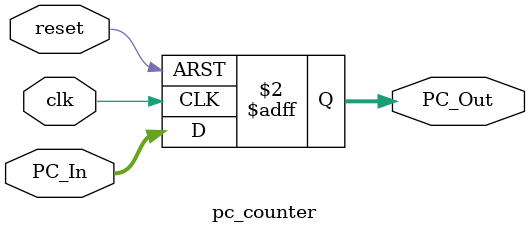
<source format=v>
module pc_counter(

	input [63:0] PC_In,
	input reset,clk,
	output reg [63:0] PC_Out
	
);


always @(posedge reset or posedge clk)

begin

  if (reset)
    
      PC_Out = 0;
    
 else
    
      PC_Out = PC_In;
    
       
end



endmodule
</source>
